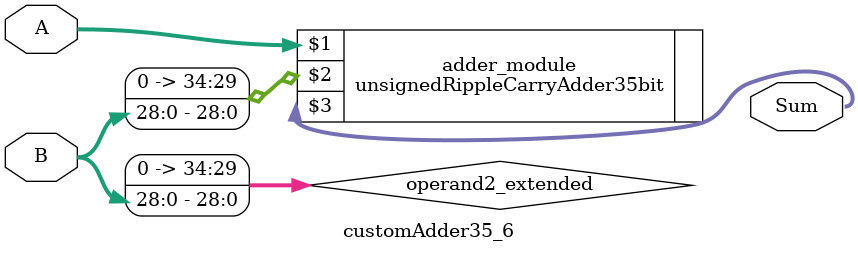
<source format=v>
module customAdder35_6(
                        input [34 : 0] A,
                        input [28 : 0] B,
                        
                        output [35 : 0] Sum
                );

        wire [34 : 0] operand2_extended;
        
        assign operand2_extended =  {6'b0, B};
        
        unsignedRippleCarryAdder35bit adder_module(
            A,
            operand2_extended,
            Sum
        );
        
        endmodule
        
</source>
